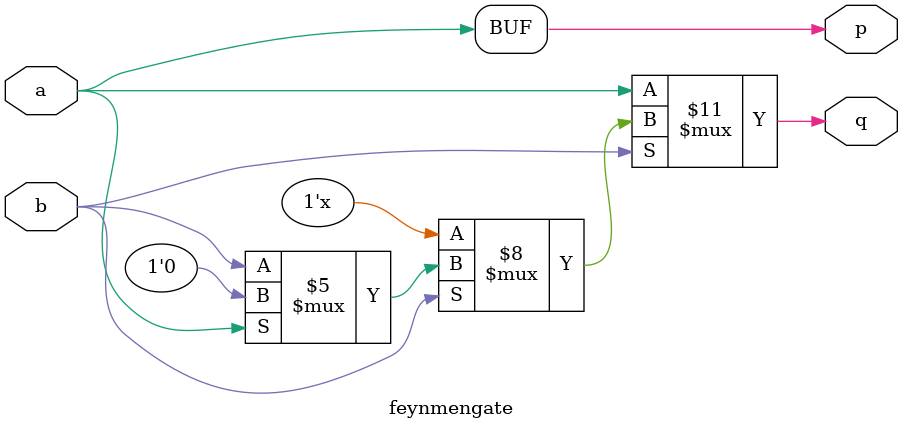
<source format=sv>

module feynmengate(
    input bit a,b,
    output bit p,q
);
  assign p = a;
  
  always @(a or b) begin
    if (b==0) begin
      q = a;
    end else begin
      if (a==0) begin
        q = b;
      end else begin
        q = 0;
      end
    end
  end
endmodule

</source>
